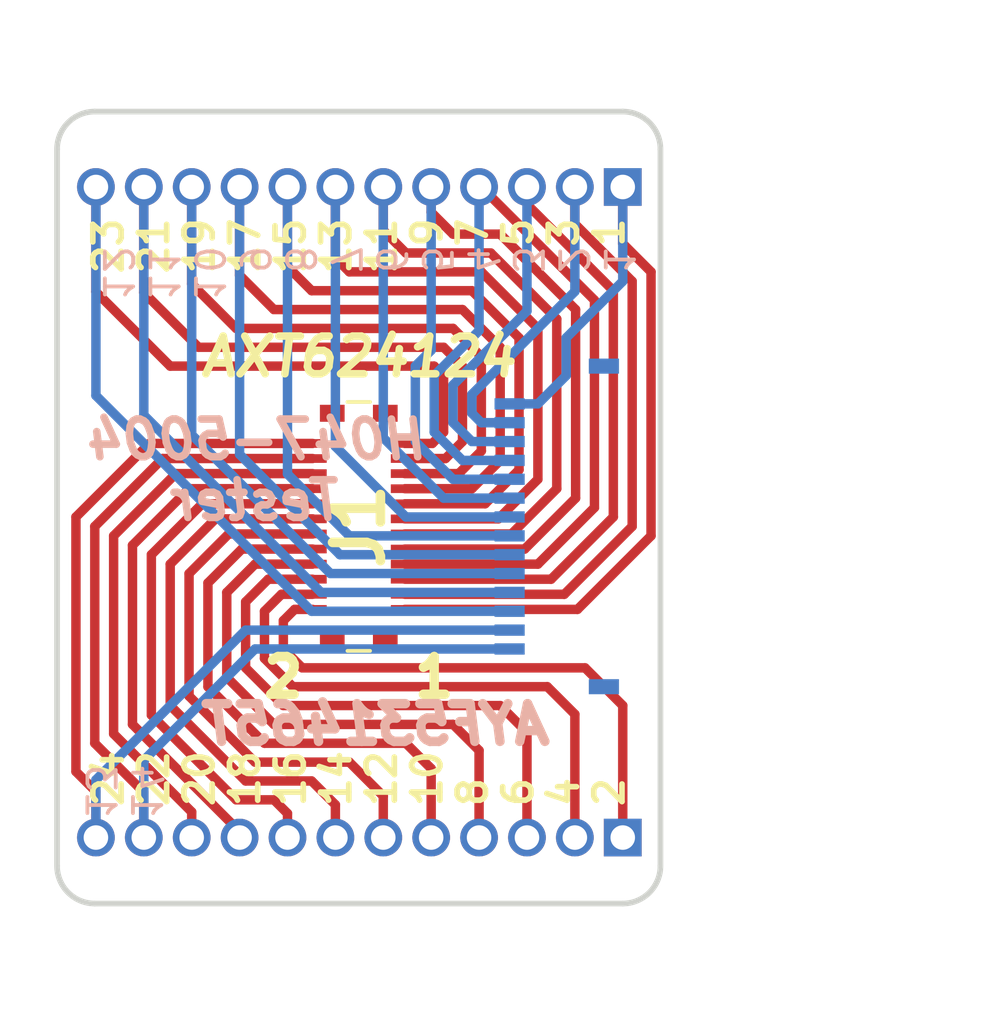
<source format=kicad_pcb>
(kicad_pcb (version 4) (host pcbnew 4.0.6)

  (general
    (links 38)
    (no_connects 0)
    (area 141.924999 93.924999 158.075001 115.075001)
    (thickness 1.6)
    (drawings 19)
    (tracks 204)
    (zones 0)
    (modules 4)
    (nets 29)
  )

  (page A4)
  (layers
    (0 F.Cu signal)
    (31 B.Cu signal)
    (32 B.Adhes user)
    (33 F.Adhes user)
    (34 B.Paste user)
    (35 F.Paste user)
    (36 B.SilkS user)
    (37 F.SilkS user)
    (38 B.Mask user)
    (39 F.Mask user)
    (40 Dwgs.User user)
    (41 Cmts.User user)
    (42 Eco1.User user)
    (43 Eco2.User user)
    (44 Edge.Cuts user)
    (45 Margin user)
    (46 B.CrtYd user)
    (47 F.CrtYd user)
    (48 B.Fab user)
    (49 F.Fab user)
  )

  (setup
    (last_trace_width 0.25)
    (trace_clearance 0.2)
    (zone_clearance 0.508)
    (zone_45_only no)
    (trace_min 0.2)
    (segment_width 0.2)
    (edge_width 0.15)
    (via_size 0.6)
    (via_drill 0.4)
    (via_min_size 0.4)
    (via_min_drill 0.3)
    (uvia_size 0.3)
    (uvia_drill 0.1)
    (uvias_allowed no)
    (uvia_min_size 0.2)
    (uvia_min_drill 0.1)
    (pcb_text_width 0.3)
    (pcb_text_size 1.5 1.5)
    (mod_edge_width 0.15)
    (mod_text_size 1 1)
    (mod_text_width 0.15)
    (pad_size 1.524 1.524)
    (pad_drill 0.762)
    (pad_to_mask_clearance 0.05)
    (aux_axis_origin 0 0)
    (visible_elements 7FFFFFFF)
    (pcbplotparams
      (layerselection 0x00030_80000001)
      (usegerberextensions false)
      (excludeedgelayer true)
      (linewidth 0.100000)
      (plotframeref false)
      (viasonmask false)
      (mode 1)
      (useauxorigin false)
      (hpglpennumber 1)
      (hpglpenspeed 20)
      (hpglpendiameter 15)
      (hpglpenoverlay 2)
      (psnegative false)
      (psa4output false)
      (plotreference true)
      (plotvalue true)
      (plotinvisibletext false)
      (padsonsilk false)
      (subtractmaskfromsilk false)
      (outputformat 1)
      (mirror false)
      (drillshape 1)
      (scaleselection 1)
      (outputdirectory ""))
  )

  (net 0 "")
  (net 1 "Net-(J1-Pad2)")
  (net 2 "Net-(J1-Pad4)")
  (net 3 "Net-(J1-Pad6)")
  (net 4 "Net-(J1-Pad8)")
  (net 5 "Net-(J1-Pad10)")
  (net 6 "Net-(J1-Pad12)")
  (net 7 "Net-(J1-Pad14)")
  (net 8 "Net-(J1-Pad16)")
  (net 9 "Net-(J1-Pad18)")
  (net 10 "Net-(J1-Pad20)")
  (net 11 "Net-(J1-Pad25)")
  (net 12 "Net-(J1-Pad26)")
  (net 13 "Net-(J1-Pad27)")
  (net 14 "Net-(J1-Pad28)")
  (net 15 /1)
  (net 16 /2)
  (net 17 /3)
  (net 18 /4)
  (net 19 /5)
  (net 20 /6)
  (net 21 /7)
  (net 22 /8)
  (net 23 /9)
  (net 24 /10)
  (net 25 /14)
  (net 26 /11)
  (net 27 /13)
  (net 28 /12)

  (net_class Default "This is the default net class."
    (clearance 0.2)
    (trace_width 0.25)
    (via_dia 0.6)
    (via_drill 0.4)
    (uvia_dia 0.3)
    (uvia_drill 0.1)
    (add_net /1)
    (add_net /10)
    (add_net /11)
    (add_net /12)
    (add_net /13)
    (add_net /14)
    (add_net /2)
    (add_net /3)
    (add_net /4)
    (add_net /5)
    (add_net /6)
    (add_net /7)
    (add_net /8)
    (add_net /9)
    (add_net "Net-(J1-Pad10)")
    (add_net "Net-(J1-Pad12)")
    (add_net "Net-(J1-Pad14)")
    (add_net "Net-(J1-Pad16)")
    (add_net "Net-(J1-Pad18)")
    (add_net "Net-(J1-Pad2)")
    (add_net "Net-(J1-Pad20)")
    (add_net "Net-(J1-Pad25)")
    (add_net "Net-(J1-Pad26)")
    (add_net "Net-(J1-Pad27)")
    (add_net "Net-(J1-Pad28)")
    (add_net "Net-(J1-Pad4)")
    (add_net "Net-(J1-Pad6)")
    (add_net "Net-(J1-Pad8)")
  )

  (module Pin_Headers:Pin_Header_Straight_1x14_Pitch1.00mm_SMD_Pin1Left (layer B.Cu) (tedit 5D2E38D3) (tstamp 5D2E3699)
    (at 154 105 270)
    (descr "surface-mounted straight pin header, 1x14, 1.00mm pitch, single row, style 1 (pin 1 left)")
    (tags "Surface mounted pin header SMD 1x14 1.00mm single row style1 pin1 left")
    (path /5D2E33F0)
    (attr smd)
    (fp_text reference J4 (at 0 8.06 270) (layer B.SilkS) hide
      (effects (font (size 1 1) (thickness 0.15)) (justify mirror))
    )
    (fp_text value CONN_01X14 (at 0.5 -3.5 270) (layer B.Fab)
      (effects (font (size 1 1) (thickness 0.15)) (justify mirror))
    )
    (pad 15 smd rect (at 4.25 -2.5 270) (size 0.4 0.8) (layers B.Cu B.Paste B.Mask))
    (pad 15 smd rect (at -4.25 -2.5 270) (size 0.4 0.8) (layers B.Cu B.Paste B.Mask))
    (pad 14 smd rect (at 3.25 0 270) (size 0.3 0.8) (layers B.Cu B.Paste B.Mask)
      (net 25 /14))
    (pad 13 smd rect (at 2.75 0 270) (size 0.3 0.8) (layers B.Cu B.Paste B.Mask)
      (net 27 /13))
    (pad 12 smd rect (at 2.25 0 270) (size 0.3 0.8) (layers B.Cu B.Paste B.Mask)
      (net 28 /12))
    (pad 11 smd rect (at 1.75 0 270) (size 0.3 0.8) (layers B.Cu B.Paste B.Mask)
      (net 26 /11))
    (pad 10 smd rect (at 1.25 0 270) (size 0.3 0.8) (layers B.Cu B.Paste B.Mask)
      (net 24 /10))
    (pad 9 smd rect (at 0.75 0 270) (size 0.3 0.8) (layers B.Cu B.Paste B.Mask)
      (net 23 /9))
    (pad 8 smd rect (at 0.25 0 270) (size 0.3 0.8) (layers B.Cu B.Paste B.Mask)
      (net 22 /8))
    (pad 7 smd rect (at -0.25 0 270) (size 0.3 0.8) (layers B.Cu B.Paste B.Mask)
      (net 21 /7))
    (pad 6 smd rect (at -0.75 0 270) (size 0.3 0.8) (layers B.Cu B.Paste B.Mask)
      (net 20 /6))
    (pad 5 smd rect (at -1.25 0 270) (size 0.3 0.8) (layers B.Cu B.Paste B.Mask)
      (net 19 /5))
    (pad 4 smd rect (at -1.75 0 270) (size 0.3 0.8) (layers B.Cu B.Paste B.Mask)
      (net 18 /4))
    (pad 3 smd rect (at -2.25 0 270) (size 0.3 0.8) (layers B.Cu B.Paste B.Mask)
      (net 17 /3))
    (pad 2 smd rect (at -2.75 0 270) (size 0.3 0.8) (layers B.Cu B.Paste B.Mask)
      (net 16 /2))
    (pad 1 smd rect (at -3.25 0 270) (size 0.3 0.8) (layers B.Cu B.Paste B.Mask)
      (net 15 /1))
    (model ${KISYS3DMOD}/Pin_Headers.3dshapes/Pin_Header_Straight_1x14_Pitch1.00mm_SMD_Pin1Left.wrl
      (at (xyz 0 0 0))
      (scale (xyz 1 1 1))
      (rotate (xyz 0 0 0))
    )
  )

  (module Pin_Headers:Pin_Header_Straight_1x12_Pitch1.27mm (layer F.Cu) (tedit 5D2E032B) (tstamp 5D2DFF55)
    (at 157 96 270)
    (descr "Through hole straight pin header, 1x12, 1.27mm pitch, single row")
    (tags "Through hole pin header THT 1x12 1.27mm single row")
    (path /5D2DFF4E)
    (fp_text reference J2 (at 0 -1.695 270) (layer F.SilkS) hide
      (effects (font (size 1 1) (thickness 0.15)))
    )
    (fp_text value CONN_01X12 (at 0 15.665 270) (layer F.Fab)
      (effects (font (size 1 1) (thickness 0.15)))
    )
    (fp_line (start -0.525 -0.635) (end 1.05 -0.635) (layer F.Fab) (width 0.1))
    (fp_line (start 1.05 -0.635) (end 1.05 14.605) (layer F.Fab) (width 0.1))
    (fp_line (start 1.05 14.605) (end -1.05 14.605) (layer F.Fab) (width 0.1))
    (fp_line (start -1.05 14.605) (end -1.05 -0.11) (layer F.Fab) (width 0.1))
    (fp_line (start -1.05 -0.11) (end -0.525 -0.635) (layer F.Fab) (width 0.1))
    (fp_line (start -1.55 -1.15) (end -1.55 15.15) (layer F.CrtYd) (width 0.05))
    (fp_line (start -1.55 15.15) (end 1.55 15.15) (layer F.CrtYd) (width 0.05))
    (fp_line (start 1.55 15.15) (end 1.55 -1.15) (layer F.CrtYd) (width 0.05))
    (fp_line (start 1.55 -1.15) (end -1.55 -1.15) (layer F.CrtYd) (width 0.05))
    (fp_text user %R (at 0 6.985 360) (layer F.Fab)
      (effects (font (size 1 1) (thickness 0.15)))
    )
    (pad 1 thru_hole rect (at 0 0 270) (size 1 1) (drill 0.65) (layers *.Cu *.Mask)
      (net 15 /1))
    (pad 2 thru_hole oval (at 0 1.27 270) (size 1 1) (drill 0.65) (layers *.Cu *.Mask)
      (net 16 /2))
    (pad 3 thru_hole oval (at 0 2.54 270) (size 1 1) (drill 0.65) (layers *.Cu *.Mask)
      (net 17 /3))
    (pad 4 thru_hole oval (at 0 3.81 270) (size 1 1) (drill 0.65) (layers *.Cu *.Mask)
      (net 18 /4))
    (pad 5 thru_hole oval (at 0 5.08 270) (size 1 1) (drill 0.65) (layers *.Cu *.Mask)
      (net 19 /5))
    (pad 6 thru_hole oval (at 0 6.35 270) (size 1 1) (drill 0.65) (layers *.Cu *.Mask)
      (net 20 /6))
    (pad 7 thru_hole oval (at 0 7.62 270) (size 1 1) (drill 0.65) (layers *.Cu *.Mask)
      (net 21 /7))
    (pad 8 thru_hole oval (at 0 8.89 270) (size 1 1) (drill 0.65) (layers *.Cu *.Mask)
      (net 22 /8))
    (pad 9 thru_hole oval (at 0 10.16 270) (size 1 1) (drill 0.65) (layers *.Cu *.Mask)
      (net 23 /9))
    (pad 10 thru_hole oval (at 0 11.43 270) (size 1 1) (drill 0.65) (layers *.Cu *.Mask)
      (net 24 /10))
    (pad 11 thru_hole oval (at 0 12.7 270) (size 1 1) (drill 0.65) (layers *.Cu *.Mask)
      (net 26 /11))
    (pad 12 thru_hole oval (at 0 13.97 270) (size 1 1) (drill 0.65) (layers *.Cu *.Mask)
      (net 28 /12))
    (model ${KISYS3DMOD}/Pin_Headers.3dshapes/Pin_Header_Straight_1x12_Pitch1.27mm.wrl
      (at (xyz 0 0 0))
      (scale (xyz 1 1 1))
      (rotate (xyz 0 0 0))
    )
  )

  (module Pin_Headers:Pin_Header_Straight_1x12_Pitch1.27mm (layer F.Cu) (tedit 5D2E0302) (tstamp 5D2DFF77)
    (at 157 113.25 270)
    (descr "Through hole straight pin header, 1x12, 1.27mm pitch, single row")
    (tags "Through hole pin header THT 1x12 1.27mm single row")
    (path /5D2DFE85)
    (fp_text reference J3 (at 0 -1.695 270) (layer F.SilkS) hide
      (effects (font (size 1 1) (thickness 0.15)))
    )
    (fp_text value CONN_01X12 (at 0 15.665 270) (layer F.Fab)
      (effects (font (size 1 1) (thickness 0.15)))
    )
    (fp_line (start -0.525 -0.635) (end 1.05 -0.635) (layer F.Fab) (width 0.1))
    (fp_line (start 1.05 -0.635) (end 1.05 14.605) (layer F.Fab) (width 0.1))
    (fp_line (start 1.05 14.605) (end -1.05 14.605) (layer F.Fab) (width 0.1))
    (fp_line (start -1.05 14.605) (end -1.05 -0.11) (layer F.Fab) (width 0.1))
    (fp_line (start -1.05 -0.11) (end -0.525 -0.635) (layer F.Fab) (width 0.1))
    (fp_line (start -1.55 -1.15) (end -1.55 15.15) (layer F.CrtYd) (width 0.05))
    (fp_line (start -1.55 15.15) (end 1.55 15.15) (layer F.CrtYd) (width 0.05))
    (fp_line (start 1.55 15.15) (end 1.55 -1.15) (layer F.CrtYd) (width 0.05))
    (fp_line (start 1.55 -1.15) (end -1.55 -1.15) (layer F.CrtYd) (width 0.05))
    (fp_text user %R (at 0 6.985 360) (layer F.Fab)
      (effects (font (size 1 1) (thickness 0.15)))
    )
    (pad 1 thru_hole rect (at 0 0 270) (size 1 1) (drill 0.65) (layers *.Cu *.Mask)
      (net 1 "Net-(J1-Pad2)"))
    (pad 2 thru_hole oval (at 0 1.27 270) (size 1 1) (drill 0.65) (layers *.Cu *.Mask)
      (net 2 "Net-(J1-Pad4)"))
    (pad 3 thru_hole oval (at 0 2.54 270) (size 1 1) (drill 0.65) (layers *.Cu *.Mask)
      (net 3 "Net-(J1-Pad6)"))
    (pad 4 thru_hole oval (at 0 3.81 270) (size 1 1) (drill 0.65) (layers *.Cu *.Mask)
      (net 4 "Net-(J1-Pad8)"))
    (pad 5 thru_hole oval (at 0 5.08 270) (size 1 1) (drill 0.65) (layers *.Cu *.Mask)
      (net 5 "Net-(J1-Pad10)"))
    (pad 6 thru_hole oval (at 0 6.35 270) (size 1 1) (drill 0.65) (layers *.Cu *.Mask)
      (net 6 "Net-(J1-Pad12)"))
    (pad 7 thru_hole oval (at 0 7.62 270) (size 1 1) (drill 0.65) (layers *.Cu *.Mask)
      (net 7 "Net-(J1-Pad14)"))
    (pad 8 thru_hole oval (at 0 8.89 270) (size 1 1) (drill 0.65) (layers *.Cu *.Mask)
      (net 8 "Net-(J1-Pad16)"))
    (pad 9 thru_hole oval (at 0 10.16 270) (size 1 1) (drill 0.65) (layers *.Cu *.Mask)
      (net 9 "Net-(J1-Pad18)"))
    (pad 10 thru_hole oval (at 0 11.43 270) (size 1 1) (drill 0.65) (layers *.Cu *.Mask)
      (net 10 "Net-(J1-Pad20)"))
    (pad 11 thru_hole oval (at 0 12.7 270) (size 1 1) (drill 0.65) (layers *.Cu *.Mask)
      (net 25 /14))
    (pad 12 thru_hole oval (at 0 13.97 270) (size 1 1) (drill 0.65) (layers *.Cu *.Mask)
      (net 27 /13))
    (model ${KISYS3DMOD}/Pin_Headers.3dshapes/Pin_Header_Straight_1x12_Pitch1.27mm.wrl
      (at (xyz 0 0 0))
      (scale (xyz 1 1 1))
      (rotate (xyz 0 0 0))
    )
  )

  (module AXT624124:AXT624124 (layer F.Cu) (tedit 5D2DFC31) (tstamp 5D2DFDFF)
    (at 150 105 90)
    (descr AXT624124)
    (tags Connector)
    (path /5D2DFCEA)
    (attr smd)
    (fp_text reference J1 (at 0 0 90) (layer F.SilkS)
      (effects (font (size 1.27 1.27) (thickness 0.254)))
    )
    (fp_text value AXT624124 (at 0 0 90) (layer F.SilkS) hide
      (effects (font (size 1.27 1.27) (thickness 0.254)))
    )
    (fp_line (start -3.3 -0.93) (end 3.3 -0.93) (layer Dwgs.User) (width 0.2))
    (fp_line (start 3.3 -0.93) (end 3.3 0.93) (layer Dwgs.User) (width 0.2))
    (fp_line (start 3.3 0.93) (end -3.3 0.93) (layer Dwgs.User) (width 0.2))
    (fp_line (start -3.3 0.93) (end -3.3 -0.93) (layer Dwgs.User) (width 0.2))
    (fp_line (start -4.3 -2.6) (end 4.3 -2.6) (layer Dwgs.User) (width 0.1))
    (fp_line (start 4.3 -2.6) (end 4.3 2.6) (layer Dwgs.User) (width 0.1))
    (fp_line (start 4.3 2.6) (end -4.3 2.6) (layer Dwgs.User) (width 0.1))
    (fp_line (start -4.3 2.6) (end -4.3 -2.6) (layer Dwgs.User) (width 0.1))
    (fp_line (start -3.3 -0.3) (end -3.3 0.3) (layer F.SilkS) (width 0.1))
    (fp_line (start 3.3 -0.3) (end 3.3 0.3) (layer F.SilkS) (width 0.1))
    (pad 1 smd rect (at -2.2 1.225 90) (size 0.23 0.75) (layers F.Cu F.Paste F.Mask)
      (net 15 /1))
    (pad 2 smd rect (at -2.2 -1.225 90) (size 0.23 0.75) (layers F.Cu F.Paste F.Mask)
      (net 1 "Net-(J1-Pad2)"))
    (pad 3 smd rect (at -1.8 1.225 90) (size 0.23 0.75) (layers F.Cu F.Paste F.Mask)
      (net 16 /2))
    (pad 4 smd rect (at -1.8 -1.225 90) (size 0.23 0.75) (layers F.Cu F.Paste F.Mask)
      (net 2 "Net-(J1-Pad4)"))
    (pad 5 smd rect (at -1.4 1.225 90) (size 0.23 0.75) (layers F.Cu F.Paste F.Mask)
      (net 17 /3))
    (pad 6 smd rect (at -1.4 -1.225 90) (size 0.23 0.75) (layers F.Cu F.Paste F.Mask)
      (net 3 "Net-(J1-Pad6)"))
    (pad 7 smd rect (at -1 1.225 90) (size 0.23 0.75) (layers F.Cu F.Paste F.Mask)
      (net 18 /4))
    (pad 8 smd rect (at -1 -1.225 90) (size 0.23 0.75) (layers F.Cu F.Paste F.Mask)
      (net 4 "Net-(J1-Pad8)"))
    (pad 9 smd rect (at -0.6 1.225 90) (size 0.23 0.75) (layers F.Cu F.Paste F.Mask)
      (net 19 /5))
    (pad 10 smd rect (at -0.6 -1.225 90) (size 0.23 0.75) (layers F.Cu F.Paste F.Mask)
      (net 5 "Net-(J1-Pad10)"))
    (pad 11 smd rect (at -0.2 1.225 90) (size 0.23 0.75) (layers F.Cu F.Paste F.Mask)
      (net 20 /6))
    (pad 12 smd rect (at -0.2 -1.225 90) (size 0.23 0.75) (layers F.Cu F.Paste F.Mask)
      (net 6 "Net-(J1-Pad12)"))
    (pad 13 smd rect (at 0.2 1.225 90) (size 0.23 0.75) (layers F.Cu F.Paste F.Mask)
      (net 21 /7))
    (pad 14 smd rect (at 0.2 -1.225 90) (size 0.23 0.75) (layers F.Cu F.Paste F.Mask)
      (net 7 "Net-(J1-Pad14)"))
    (pad 15 smd rect (at 0.6 1.225 90) (size 0.23 0.75) (layers F.Cu F.Paste F.Mask)
      (net 22 /8))
    (pad 16 smd rect (at 0.6 -1.225 90) (size 0.23 0.75) (layers F.Cu F.Paste F.Mask)
      (net 8 "Net-(J1-Pad16)"))
    (pad 17 smd rect (at 1 1.225 90) (size 0.23 0.75) (layers F.Cu F.Paste F.Mask)
      (net 23 /9))
    (pad 18 smd rect (at 1 -1.225 90) (size 0.23 0.75) (layers F.Cu F.Paste F.Mask)
      (net 9 "Net-(J1-Pad18)"))
    (pad 19 smd rect (at 1.4 1.225 90) (size 0.23 0.75) (layers F.Cu F.Paste F.Mask)
      (net 24 /10))
    (pad 20 smd rect (at 1.4 -1.225 90) (size 0.23 0.75) (layers F.Cu F.Paste F.Mask)
      (net 10 "Net-(J1-Pad20)"))
    (pad 21 smd rect (at 1.8 1.225 90) (size 0.23 0.75) (layers F.Cu F.Paste F.Mask)
      (net 26 /11))
    (pad 22 smd rect (at 1.8 -1.225 90) (size 0.23 0.75) (layers F.Cu F.Paste F.Mask)
      (net 25 /14))
    (pad 23 smd rect (at 2.2 1.225 90) (size 0.23 0.75) (layers F.Cu F.Paste F.Mask)
      (net 28 /12))
    (pad 24 smd rect (at 2.2 -1.225 90) (size 0.23 0.75) (layers F.Cu F.Paste F.Mask)
      (net 27 /13))
    (pad 25 smd rect (at -3 -0.703 90) (size 0.45 0.655) (layers F.Cu F.Paste F.Mask)
      (net 11 "Net-(J1-Pad25)"))
    (pad 26 smd rect (at -3 0.703 90) (size 0.45 0.655) (layers F.Cu F.Paste F.Mask)
      (net 12 "Net-(J1-Pad26)"))
    (pad 27 smd rect (at 3 0.703 90) (size 0.45 0.655) (layers F.Cu F.Paste F.Mask)
      (net 13 "Net-(J1-Pad27)"))
    (pad 28 smd rect (at 3 -0.703 90) (size 0.45 0.655) (layers F.Cu F.Paste F.Mask)
      (net 14 "Net-(J1-Pad28)"))
  )

  (gr_text "H047-5004\nTester" (at 147.32 103.505) (layer B.SilkS)
    (effects (font (size 1 1) (thickness 0.2) italic) (justify mirror))
  )
  (gr_text "14\n13" (at 143.75 111.25 270) (layer B.SilkS)
    (effects (font (size 0.75 0.75) (thickness 0.1)) (justify right mirror))
  )
  (gr_text AYF531465T (at 150.5 110.25) (layer B.SilkS)
    (effects (font (size 1 1) (thickness 0.25) italic) (justify mirror))
  )
  (gr_text "1\n2\n3\n4\n5\n6\n7\n8\n9\n10\n11\n12" (at 150.25 97.5 270) (layer B.SilkS)
    (effects (font (size 0.75 0.75) (thickness 0.1)) (justify right mirror))
  )
  (dimension 16 (width 0.3) (layer Dwgs.User)
    (gr_text "16.000 mm" (at 150 118.35) (layer Dwgs.User)
      (effects (font (size 1.5 1.5) (thickness 0.3)))
    )
    (feature1 (pts (xy 158 115) (xy 158 119.7)))
    (feature2 (pts (xy 142 115) (xy 142 119.7)))
    (crossbar (pts (xy 142 117) (xy 158 117)))
    (arrow1a (pts (xy 158 117) (xy 156.873496 117.586421)))
    (arrow1b (pts (xy 158 117) (xy 156.873496 116.413579)))
    (arrow2a (pts (xy 142 117) (xy 143.126504 117.586421)))
    (arrow2b (pts (xy 142 117) (xy 143.126504 116.413579)))
  )
  (gr_text AXT624124 (at 150 100.5) (layer F.SilkS)
    (effects (font (size 1 1) (thickness 0.2) italic))
  )
  (gr_text "23\n21\n19\n17\n15\n13\n11\n9\n7\n5\n3\n1" (at 150 96.75 90) (layer F.SilkS)
    (effects (font (size 0.75 0.75) (thickness 0.15)) (justify right))
  )
  (gr_text "24\n22\n20\n18\n16\n14\n12\n10\n8\n6\n4\n2" (at 150 112.5 90) (layer F.SilkS)
    (effects (font (size 0.75 0.75) (thickness 0.15)) (justify left))
  )
  (dimension 21 (width 0.3) (layer Dwgs.User)
    (gr_text "21.000 mm" (at 164.35 104.5 270) (layer Dwgs.User)
      (effects (font (size 1.5 1.5) (thickness 0.3)))
    )
    (feature1 (pts (xy 158 115) (xy 165.7 115)))
    (feature2 (pts (xy 158 94) (xy 165.7 94)))
    (crossbar (pts (xy 163 94) (xy 163 115)))
    (arrow1a (pts (xy 163 115) (xy 162.413579 113.873496)))
    (arrow1b (pts (xy 163 115) (xy 163.586421 113.873496)))
    (arrow2a (pts (xy 163 94) (xy 162.413579 95.126504)))
    (arrow2b (pts (xy 163 94) (xy 163.586421 95.126504)))
  )
  (gr_text 2 (at 148 109) (layer F.SilkS)
    (effects (font (size 1 1) (thickness 0.25)))
  )
  (gr_text 1 (at 152 109) (layer F.SilkS)
    (effects (font (size 1 1) (thickness 0.25)))
  )
  (gr_line (start 142 95) (end 142 114) (angle 90) (layer Edge.Cuts) (width 0.15))
  (gr_line (start 157 94) (end 143 94) (angle 90) (layer Edge.Cuts) (width 0.15))
  (gr_line (start 158 114) (end 158 95) (angle 90) (layer Edge.Cuts) (width 0.15))
  (gr_line (start 143 115) (end 157 115) (angle 90) (layer Edge.Cuts) (width 0.15))
  (gr_arc (start 143 114) (end 143 115) (angle 90) (layer Edge.Cuts) (width 0.15))
  (gr_arc (start 143 95) (end 142 95) (angle 90) (layer Edge.Cuts) (width 0.15))
  (gr_arc (start 157 95) (end 157 94) (angle 90) (layer Edge.Cuts) (width 0.15))
  (gr_arc (start 157 114) (end 158 114) (angle 90) (layer Edge.Cuts) (width 0.15))

  (segment (start 148.775 107.2) (end 148.3 107.2) (width 0.25) (layer F.Cu) (net 1))
  (segment (start 157 109.75) (end 157 113.25) (width 0.25) (layer F.Cu) (net 1) (tstamp 5D2E0135) (status 20))
  (segment (start 156 108.75) (end 157 109.75) (width 0.25) (layer F.Cu) (net 1) (tstamp 5D2E0134))
  (segment (start 148.5 108.75) (end 156 108.75) (width 0.25) (layer F.Cu) (net 1) (tstamp 5D2E0133))
  (segment (start 148 108.25) (end 148.5 108.75) (width 0.25) (layer F.Cu) (net 1) (tstamp 5D2E0132))
  (segment (start 148 107.5) (end 148 108.25) (width 0.25) (layer F.Cu) (net 1) (tstamp 5D2E0131))
  (segment (start 148.3 107.2) (end 148 107.5) (width 0.25) (layer F.Cu) (net 1) (tstamp 5D2E0130))
  (segment (start 148.775 106.8) (end 147.95 106.8) (width 0.25) (layer F.Cu) (net 2))
  (segment (start 155.73 109.98) (end 155.73 113.25) (width 0.25) (layer F.Cu) (net 2) (tstamp 5D2E0144) (status 20))
  (segment (start 155 109.25) (end 155.73 109.98) (width 0.25) (layer F.Cu) (net 2) (tstamp 5D2E0143))
  (segment (start 148.25 109.25) (end 155 109.25) (width 0.25) (layer F.Cu) (net 2) (tstamp 5D2E0142))
  (segment (start 147.5 108.5) (end 148.25 109.25) (width 0.25) (layer F.Cu) (net 2) (tstamp 5D2E0141))
  (segment (start 147.5 107.25) (end 147.5 108.5) (width 0.25) (layer F.Cu) (net 2) (tstamp 5D2E0140))
  (segment (start 147.95 106.8) (end 147.5 107.25) (width 0.25) (layer F.Cu) (net 2) (tstamp 5D2E013F))
  (segment (start 148.775 106.4) (end 147.6 106.4) (width 0.25) (layer F.Cu) (net 3))
  (segment (start 154.46 110.46) (end 154.46 113.25) (width 0.25) (layer F.Cu) (net 3) (tstamp 5D2E014D) (status 20))
  (segment (start 153.75 109.75) (end 154.46 110.46) (width 0.25) (layer F.Cu) (net 3) (tstamp 5D2E014C))
  (segment (start 148 109.75) (end 153.75 109.75) (width 0.25) (layer F.Cu) (net 3) (tstamp 5D2E014A))
  (segment (start 147 108.75) (end 148 109.75) (width 0.25) (layer F.Cu) (net 3) (tstamp 5D2E0149))
  (segment (start 147 107) (end 147 108.75) (width 0.25) (layer F.Cu) (net 3) (tstamp 5D2E0148))
  (segment (start 147.6 106.4) (end 147 107) (width 0.25) (layer F.Cu) (net 3) (tstamp 5D2E0147))
  (segment (start 148.775 106) (end 147.25 106) (width 0.25) (layer F.Cu) (net 4))
  (segment (start 153.19 110.94) (end 153.19 113.25) (width 0.25) (layer F.Cu) (net 4) (tstamp 5D2E0156) (status 20))
  (segment (start 152.5 110.25) (end 153.19 110.94) (width 0.25) (layer F.Cu) (net 4) (tstamp 5D2E0155))
  (segment (start 147.75 110.25) (end 152.5 110.25) (width 0.25) (layer F.Cu) (net 4) (tstamp 5D2E0153))
  (segment (start 146.5 109) (end 147.75 110.25) (width 0.25) (layer F.Cu) (net 4) (tstamp 5D2E0152))
  (segment (start 146.5 106.75) (end 146.5 109) (width 0.25) (layer F.Cu) (net 4) (tstamp 5D2E0151))
  (segment (start 147.25 106) (end 146.5 106.75) (width 0.25) (layer F.Cu) (net 4) (tstamp 5D2E0150))
  (segment (start 148.775 105.6) (end 146.9 105.6) (width 0.25) (layer F.Cu) (net 5))
  (segment (start 151.92 111.42) (end 151.92 113.25) (width 0.25) (layer F.Cu) (net 5) (tstamp 5D2E0160) (status 20))
  (segment (start 151.25 110.75) (end 151.92 111.42) (width 0.25) (layer F.Cu) (net 5) (tstamp 5D2E015F))
  (segment (start 147.5 110.75) (end 151.25 110.75) (width 0.25) (layer F.Cu) (net 5) (tstamp 5D2E015D))
  (segment (start 146 109.25) (end 147.5 110.75) (width 0.25) (layer F.Cu) (net 5) (tstamp 5D2E015B))
  (segment (start 146 106.5) (end 146 109.25) (width 0.25) (layer F.Cu) (net 5) (tstamp 5D2E015A))
  (segment (start 146.9 105.6) (end 146 106.5) (width 0.25) (layer F.Cu) (net 5) (tstamp 5D2E0159))
  (segment (start 148.775 105.2) (end 146.55 105.2) (width 0.25) (layer F.Cu) (net 6))
  (segment (start 150.65 112.15) (end 150.65 113.25) (width 0.25) (layer F.Cu) (net 6) (tstamp 5D2E016A) (status 20))
  (segment (start 149.75 111.25) (end 150.65 112.15) (width 0.25) (layer F.Cu) (net 6) (tstamp 5D2E0169))
  (segment (start 147.25 111.25) (end 149.75 111.25) (width 0.25) (layer F.Cu) (net 6) (tstamp 5D2E0168))
  (segment (start 145.5 109.5) (end 147.25 111.25) (width 0.25) (layer F.Cu) (net 6) (tstamp 5D2E0166))
  (segment (start 145.5 106.25) (end 145.5 109.5) (width 0.25) (layer F.Cu) (net 6) (tstamp 5D2E0164))
  (segment (start 146.55 105.2) (end 145.5 106.25) (width 0.25) (layer F.Cu) (net 6) (tstamp 5D2E0163))
  (segment (start 148.775 104.8) (end 146.2 104.8) (width 0.25) (layer F.Cu) (net 7))
  (segment (start 149.38 112.38) (end 149.38 113.25) (width 0.25) (layer F.Cu) (net 7) (tstamp 5D2E0174) (status 20))
  (segment (start 148.75 111.75) (end 149.38 112.38) (width 0.25) (layer F.Cu) (net 7) (tstamp 5D2E0173))
  (segment (start 147 111.75) (end 148.75 111.75) (width 0.25) (layer F.Cu) (net 7) (tstamp 5D2E0172))
  (segment (start 145 109.75) (end 147 111.75) (width 0.25) (layer F.Cu) (net 7) (tstamp 5D2E0170))
  (segment (start 145 106) (end 145 109.75) (width 0.25) (layer F.Cu) (net 7) (tstamp 5D2E016E))
  (segment (start 146.2 104.8) (end 145 106) (width 0.25) (layer F.Cu) (net 7) (tstamp 5D2E016D))
  (segment (start 148.775 104.4) (end 145.85 104.4) (width 0.25) (layer F.Cu) (net 8))
  (segment (start 148.11 112.61) (end 148.11 113.25) (width 0.25) (layer F.Cu) (net 8) (tstamp 5D2E01AF))
  (segment (start 147.75 112.25) (end 148.11 112.61) (width 0.25) (layer F.Cu) (net 8) (tstamp 5D2E01AE))
  (segment (start 146.75 112.25) (end 147.75 112.25) (width 0.25) (layer F.Cu) (net 8) (tstamp 5D2E01AD))
  (segment (start 144.5 110) (end 146.75 112.25) (width 0.25) (layer F.Cu) (net 8) (tstamp 5D2E01AB))
  (segment (start 144.5 105.75) (end 144.5 110) (width 0.25) (layer F.Cu) (net 8) (tstamp 5D2E01A9))
  (segment (start 145.85 104.4) (end 144.5 105.75) (width 0.25) (layer F.Cu) (net 8) (tstamp 5D2E01A8))
  (segment (start 148.775 104) (end 145.5 104) (width 0.25) (layer F.Cu) (net 9))
  (segment (start 144 110.25) (end 146.84 113.09) (width 0.25) (layer F.Cu) (net 9) (tstamp 5D2E01B5))
  (segment (start 144 105.5) (end 144 110.25) (width 0.25) (layer F.Cu) (net 9) (tstamp 5D2E01B3))
  (segment (start 145.5 104) (end 144 105.5) (width 0.25) (layer F.Cu) (net 9) (tstamp 5D2E01B2))
  (segment (start 146.84 113.09) (end 146.84 113.25) (width 0.25) (layer F.Cu) (net 9) (tstamp 5D2E01B7))
  (segment (start 148.775 103.6) (end 145.15 103.6) (width 0.25) (layer F.Cu) (net 10))
  (segment (start 145.57 112.57) (end 145.57 113.25) (width 0.25) (layer F.Cu) (net 10) (tstamp 5D2E01BF))
  (segment (start 143.5 110.5) (end 145.57 112.57) (width 0.25) (layer F.Cu) (net 10) (tstamp 5D2E01BD))
  (segment (start 143.5 105.25) (end 143.5 110.5) (width 0.25) (layer F.Cu) (net 10) (tstamp 5D2E01BB))
  (segment (start 145.15 103.6) (end 143.5 105.25) (width 0.25) (layer F.Cu) (net 10) (tstamp 5D2E01BA))
  (segment (start 154 101.75) (end 154.75 101.75) (width 0.25) (layer B.Cu) (net 15))
  (segment (start 157 98.5) (end 157 96) (width 0.25) (layer B.Cu) (net 15) (tstamp 5D2E3DE0))
  (segment (start 155.5 100) (end 157 98.5) (width 0.25) (layer B.Cu) (net 15) (tstamp 5D2E3DDE))
  (segment (start 155.5 101) (end 155.5 100) (width 0.25) (layer B.Cu) (net 15) (tstamp 5D2E3DDD))
  (segment (start 154.75 101.75) (end 155.5 101) (width 0.25) (layer B.Cu) (net 15) (tstamp 5D2E3DDC))
  (segment (start 151.225 107.2) (end 155.8 107.2) (width 0.25) (layer F.Cu) (net 15))
  (segment (start 157 97.5) (end 157 96) (width 0.25) (layer F.Cu) (net 15) (tstamp 5D2E012D))
  (segment (start 157.75 98.25) (end 157 97.5) (width 0.25) (layer F.Cu) (net 15) (tstamp 5D2E012C))
  (segment (start 157.75 105.25) (end 157.75 98.25) (width 0.25) (layer F.Cu) (net 15) (tstamp 5D2E012A))
  (segment (start 155.8 107.2) (end 157.75 105.25) (width 0.25) (layer F.Cu) (net 15) (tstamp 5D2E0129))
  (segment (start 154 102.25) (end 153.25 102.25) (width 0.25) (layer B.Cu) (net 16))
  (segment (start 155.73 98.77) (end 155.73 96) (width 0.25) (layer B.Cu) (net 16) (tstamp 5D2E3DED))
  (segment (start 153 101.5) (end 155.73 98.77) (width 0.25) (layer B.Cu) (net 16) (tstamp 5D2E3DEC))
  (segment (start 153 102) (end 153 101.5) (width 0.25) (layer B.Cu) (net 16) (tstamp 5D2E3DEB))
  (segment (start 153.25 102.25) (end 153 102) (width 0.25) (layer B.Cu) (net 16) (tstamp 5D2E3DEA))
  (segment (start 151.225 106.8) (end 155.45 106.8) (width 0.25) (layer F.Cu) (net 16))
  (segment (start 155.73 96.98) (end 155.73 96) (width 0.25) (layer F.Cu) (net 16) (tstamp 5D2E0126))
  (segment (start 157.25 98.5) (end 155.73 96.98) (width 0.25) (layer F.Cu) (net 16) (tstamp 5D2E0124))
  (segment (start 157.25 105) (end 157.25 98.5) (width 0.25) (layer F.Cu) (net 16) (tstamp 5D2E0122))
  (segment (start 155.45 106.8) (end 157.25 105) (width 0.25) (layer F.Cu) (net 16) (tstamp 5D2E0120))
  (segment (start 154 102.75) (end 153 102.75) (width 0.25) (layer B.Cu) (net 17))
  (segment (start 154.46 99.29) (end 154.46 96) (width 0.25) (layer B.Cu) (net 17) (tstamp 5D2E3DF4))
  (segment (start 152.5 101.25) (end 154.46 99.29) (width 0.25) (layer B.Cu) (net 17) (tstamp 5D2E3DF3))
  (segment (start 152.5 102.25) (end 152.5 101.25) (width 0.25) (layer B.Cu) (net 17) (tstamp 5D2E3DF2))
  (segment (start 153 102.75) (end 152.5 102.25) (width 0.25) (layer B.Cu) (net 17) (tstamp 5D2E3DF1))
  (segment (start 151.225 106.4) (end 155.1 106.4) (width 0.25) (layer F.Cu) (net 17))
  (segment (start 156.75 98.75) (end 154.46 96.46) (width 0.25) (layer F.Cu) (net 17) (tstamp 5D2E011B))
  (segment (start 156.75 104.75) (end 156.75 98.75) (width 0.25) (layer F.Cu) (net 17) (tstamp 5D2E0119))
  (segment (start 155.1 106.4) (end 156.75 104.75) (width 0.25) (layer F.Cu) (net 17) (tstamp 5D2E0117))
  (segment (start 154.46 96.46) (end 154.46 96) (width 0.25) (layer F.Cu) (net 17) (tstamp 5D2E011D))
  (segment (start 154 103.25) (end 152.75 103.25) (width 0.25) (layer B.Cu) (net 18))
  (segment (start 153.19 99.81) (end 153.19 96) (width 0.25) (layer B.Cu) (net 18) (tstamp 5D2E3DFC))
  (segment (start 152 101) (end 153.19 99.81) (width 0.25) (layer B.Cu) (net 18) (tstamp 5D2E3DFA))
  (segment (start 152 102.5) (end 152 101) (width 0.25) (layer B.Cu) (net 18) (tstamp 5D2E3DF9))
  (segment (start 152.75 103.25) (end 152 102.5) (width 0.25) (layer B.Cu) (net 18) (tstamp 5D2E3DF8))
  (segment (start 151.225 106) (end 154.75 106) (width 0.25) (layer F.Cu) (net 18))
  (segment (start 156.25 99) (end 153.25 96) (width 0.25) (layer F.Cu) (net 18) (tstamp 5D2E0112))
  (segment (start 156.25 104.5) (end 156.25 99) (width 0.25) (layer F.Cu) (net 18) (tstamp 5D2E0110))
  (segment (start 154.75 106) (end 156.25 104.5) (width 0.25) (layer F.Cu) (net 18) (tstamp 5D2E010E))
  (segment (start 153.25 96) (end 153.19 96) (width 0.25) (layer F.Cu) (net 18) (tstamp 5D2E0114))
  (segment (start 154 103.75) (end 152.5 103.75) (width 0.25) (layer B.Cu) (net 19))
  (segment (start 151.92 100.33) (end 151.92 96) (width 0.25) (layer B.Cu) (net 19) (tstamp 5D2E3E05))
  (segment (start 151.5 100.75) (end 151.92 100.33) (width 0.25) (layer B.Cu) (net 19) (tstamp 5D2E3E04))
  (segment (start 151.5 102.75) (end 151.5 100.75) (width 0.25) (layer B.Cu) (net 19) (tstamp 5D2E3E02))
  (segment (start 152.5 103.75) (end 151.5 102.75) (width 0.25) (layer B.Cu) (net 19) (tstamp 5D2E3E00))
  (segment (start 151.225 105.6) (end 154.4 105.6) (width 0.25) (layer F.Cu) (net 19))
  (segment (start 151.92 96.67) (end 151.92 96) (width 0.25) (layer F.Cu) (net 19) (tstamp 5D2E010B))
  (segment (start 152.5 97.25) (end 151.92 96.67) (width 0.25) (layer F.Cu) (net 19) (tstamp 5D2E010A))
  (segment (start 153.75 97.25) (end 152.5 97.25) (width 0.25) (layer F.Cu) (net 19) (tstamp 5D2E0108))
  (segment (start 155.75 99.25) (end 153.75 97.25) (width 0.25) (layer F.Cu) (net 19) (tstamp 5D2E0106))
  (segment (start 155.75 104.25) (end 155.75 99.25) (width 0.25) (layer F.Cu) (net 19) (tstamp 5D2E0104))
  (segment (start 154.4 105.6) (end 155.75 104.25) (width 0.25) (layer F.Cu) (net 19) (tstamp 5D2E0103))
  (segment (start 154 104.25) (end 152.25 104.25) (width 0.25) (layer B.Cu) (net 20))
  (segment (start 150.65 102.65) (end 150.65 96) (width 0.25) (layer B.Cu) (net 20) (tstamp 5D2E3E0A))
  (segment (start 152.25 104.25) (end 150.65 102.65) (width 0.25) (layer B.Cu) (net 20) (tstamp 5D2E3E08))
  (segment (start 151.225 105.2) (end 154.05 105.2) (width 0.25) (layer F.Cu) (net 20))
  (segment (start 150.65 97.15) (end 150.65 96) (width 0.25) (layer F.Cu) (net 20) (tstamp 5D2E0100))
  (segment (start 151.25 97.75) (end 150.65 97.15) (width 0.25) (layer F.Cu) (net 20) (tstamp 5D2E00FF))
  (segment (start 153.5 97.75) (end 151.25 97.75) (width 0.25) (layer F.Cu) (net 20) (tstamp 5D2E00FD))
  (segment (start 155.25 99.5) (end 153.5 97.75) (width 0.25) (layer F.Cu) (net 20) (tstamp 5D2E00FB))
  (segment (start 155.25 104) (end 155.25 99.5) (width 0.25) (layer F.Cu) (net 20) (tstamp 5D2E00F9))
  (segment (start 154.05 105.2) (end 155.25 104) (width 0.25) (layer F.Cu) (net 20) (tstamp 5D2E00F8))
  (segment (start 154 104.75) (end 151.25 104.75) (width 0.25) (layer B.Cu) (net 21))
  (segment (start 149.38 102.88) (end 149.38 96) (width 0.25) (layer B.Cu) (net 21) (tstamp 5D2E3E10))
  (segment (start 151.25 104.75) (end 149.38 102.88) (width 0.25) (layer B.Cu) (net 21) (tstamp 5D2E3E0E))
  (segment (start 151.225 104.8) (end 153.7 104.8) (width 0.25) (layer F.Cu) (net 21))
  (segment (start 149.38 97.88) (end 149.38 96) (width 0.25) (layer F.Cu) (net 21) (tstamp 5D2E00F5))
  (segment (start 149.75 98.25) (end 149.38 97.88) (width 0.25) (layer F.Cu) (net 21) (tstamp 5D2E00F4))
  (segment (start 153.25 98.25) (end 149.75 98.25) (width 0.25) (layer F.Cu) (net 21) (tstamp 5D2E00F2))
  (segment (start 154.75 99.75) (end 153.25 98.25) (width 0.25) (layer F.Cu) (net 21) (tstamp 5D2E00F0))
  (segment (start 154.75 103.75) (end 154.75 99.75) (width 0.25) (layer F.Cu) (net 21) (tstamp 5D2E00EE))
  (segment (start 153.7 104.8) (end 154.75 103.75) (width 0.25) (layer F.Cu) (net 21) (tstamp 5D2E00ED))
  (segment (start 154 105.25) (end 149.75 105.25) (width 0.25) (layer B.Cu) (net 22))
  (segment (start 148.11 103.61) (end 148.11 96) (width 0.25) (layer B.Cu) (net 22) (tstamp 5D2E3E15))
  (segment (start 149.75 105.25) (end 148.11 103.61) (width 0.25) (layer B.Cu) (net 22) (tstamp 5D2E3E14))
  (segment (start 151.225 104.4) (end 153.35 104.4) (width 0.25) (layer F.Cu) (net 22))
  (segment (start 148.11 98.11) (end 148.11 96) (width 0.25) (layer F.Cu) (net 22) (tstamp 5D2E00EA))
  (segment (start 148.75 98.75) (end 148.11 98.11) (width 0.25) (layer F.Cu) (net 22) (tstamp 5D2E00E9))
  (segment (start 153 98.75) (end 148.75 98.75) (width 0.25) (layer F.Cu) (net 22) (tstamp 5D2E00E7))
  (segment (start 154.25 100) (end 153 98.75) (width 0.25) (layer F.Cu) (net 22) (tstamp 5D2E00E5))
  (segment (start 154.25 103.5) (end 154.25 100) (width 0.25) (layer F.Cu) (net 22) (tstamp 5D2E00E4))
  (segment (start 153.35 104.4) (end 154.25 103.5) (width 0.25) (layer F.Cu) (net 22) (tstamp 5D2E00E3))
  (segment (start 154 105.75) (end 149.5 105.75) (width 0.25) (layer B.Cu) (net 23))
  (segment (start 146.84 103.09) (end 146.84 96) (width 0.25) (layer B.Cu) (net 23) (tstamp 5D2E3E1B))
  (segment (start 149.5 105.75) (end 146.84 103.09) (width 0.25) (layer B.Cu) (net 23) (tstamp 5D2E3E19))
  (segment (start 151.225 104) (end 153 104) (width 0.25) (layer F.Cu) (net 23))
  (segment (start 146.84 98.34) (end 146.84 96) (width 0.25) (layer F.Cu) (net 23) (tstamp 5D2E00E0))
  (segment (start 147.75 99.25) (end 146.84 98.34) (width 0.25) (layer F.Cu) (net 23) (tstamp 5D2E00DF))
  (segment (start 152.75 99.25) (end 147.75 99.25) (width 0.25) (layer F.Cu) (net 23) (tstamp 5D2E00DD))
  (segment (start 153.75 100.25) (end 152.75 99.25) (width 0.25) (layer F.Cu) (net 23) (tstamp 5D2E00DC))
  (segment (start 153.75 103.25) (end 153.75 100.25) (width 0.25) (layer F.Cu) (net 23) (tstamp 5D2E00DB))
  (segment (start 153 104) (end 153.75 103.25) (width 0.25) (layer F.Cu) (net 23) (tstamp 5D2E00DA))
  (segment (start 154 106.25) (end 149.25 106.25) (width 0.25) (layer B.Cu) (net 24))
  (segment (start 145.57 102.57) (end 145.57 96) (width 0.25) (layer B.Cu) (net 24) (tstamp 5D2E3E21))
  (segment (start 149.25 106.25) (end 145.57 102.57) (width 0.25) (layer B.Cu) (net 24) (tstamp 5D2E3E1F))
  (segment (start 151.225 103.6) (end 152.65 103.6) (width 0.25) (layer F.Cu) (net 24))
  (segment (start 145.57 98.57) (end 145.57 96) (width 0.25) (layer F.Cu) (net 24) (tstamp 5D2E00D6))
  (segment (start 146.75 99.75) (end 145.57 98.57) (width 0.25) (layer F.Cu) (net 24) (tstamp 5D2E00D4))
  (segment (start 152.5 99.75) (end 146.75 99.75) (width 0.25) (layer F.Cu) (net 24) (tstamp 5D2E00D3))
  (segment (start 153.25 100.5) (end 152.5 99.75) (width 0.25) (layer F.Cu) (net 24) (tstamp 5D2E00D2))
  (segment (start 153.25 103) (end 153.25 100.5) (width 0.25) (layer F.Cu) (net 24) (tstamp 5D2E00D1))
  (segment (start 152.65 103.6) (end 153.25 103) (width 0.25) (layer F.Cu) (net 24) (tstamp 5D2E00D0))
  (segment (start 154 108.25) (end 147.25 108.25) (width 0.25) (layer B.Cu) (net 25))
  (segment (start 144.3 111.2) (end 144.3 113.25) (width 0.25) (layer B.Cu) (net 25) (tstamp 5D2E3E39))
  (segment (start 147.25 108.25) (end 144.3 111.2) (width 0.25) (layer B.Cu) (net 25) (tstamp 5D2E3E37))
  (segment (start 148.775 103.2) (end 144.8 103.2) (width 0.25) (layer F.Cu) (net 25))
  (segment (start 144.3 112.05) (end 144.3 113.25) (width 0.25) (layer F.Cu) (net 25) (tstamp 5D2E01C8))
  (segment (start 143 110.75) (end 144.3 112.05) (width 0.25) (layer F.Cu) (net 25) (tstamp 5D2E01C6))
  (segment (start 143 105) (end 143 110.75) (width 0.25) (layer F.Cu) (net 25) (tstamp 5D2E01C4))
  (segment (start 144.8 103.2) (end 143 105) (width 0.25) (layer F.Cu) (net 25) (tstamp 5D2E01C2))
  (segment (start 154 106.75) (end 149 106.75) (width 0.25) (layer B.Cu) (net 26))
  (segment (start 144.3 102.05) (end 144.3 96) (width 0.25) (layer B.Cu) (net 26) (tstamp 5D2E3E27))
  (segment (start 149 106.75) (end 144.3 102.05) (width 0.25) (layer B.Cu) (net 26) (tstamp 5D2E3E25))
  (segment (start 151.225 103.2) (end 152.3 103.2) (width 0.25) (layer F.Cu) (net 26))
  (segment (start 144.3 98.8) (end 144.3 96) (width 0.25) (layer F.Cu) (net 26) (tstamp 5D2E00CC))
  (segment (start 145.75 100.25) (end 144.3 98.8) (width 0.25) (layer F.Cu) (net 26) (tstamp 5D2E00CA))
  (segment (start 152.25 100.25) (end 145.75 100.25) (width 0.25) (layer F.Cu) (net 26) (tstamp 5D2E00C9))
  (segment (start 152.75 100.75) (end 152.25 100.25) (width 0.25) (layer F.Cu) (net 26) (tstamp 5D2E00C8))
  (segment (start 152.75 102.75) (end 152.75 100.75) (width 0.25) (layer F.Cu) (net 26) (tstamp 5D2E00C7))
  (segment (start 152.3 103.2) (end 152.75 102.75) (width 0.25) (layer F.Cu) (net 26) (tstamp 5D2E00C6))
  (segment (start 154 107.75) (end 147 107.75) (width 0.25) (layer B.Cu) (net 27))
  (segment (start 143.03 111.72) (end 143.03 113.25) (width 0.25) (layer B.Cu) (net 27) (tstamp 5D2E3E33))
  (segment (start 147 107.75) (end 143.03 111.72) (width 0.25) (layer B.Cu) (net 27) (tstamp 5D2E3E31))
  (segment (start 148.775 102.8) (end 144.45 102.8) (width 0.25) (layer F.Cu) (net 27))
  (segment (start 143.03 112.03) (end 143.03 113.25) (width 0.25) (layer F.Cu) (net 27) (tstamp 5D2E01D0))
  (segment (start 142.5 111.5) (end 143.03 112.03) (width 0.25) (layer F.Cu) (net 27) (tstamp 5D2E01CF))
  (segment (start 142.5 104.75) (end 142.5 111.5) (width 0.25) (layer F.Cu) (net 27) (tstamp 5D2E01CD))
  (segment (start 144.45 102.8) (end 142.5 104.75) (width 0.25) (layer F.Cu) (net 27) (tstamp 5D2E01CC))
  (segment (start 154 107.25) (end 148.75 107.25) (width 0.25) (layer B.Cu) (net 28))
  (segment (start 143.03 101.53) (end 143.03 96) (width 0.25) (layer B.Cu) (net 28) (tstamp 5D2E3E2D))
  (segment (start 148.75 107.25) (end 143.03 101.53) (width 0.25) (layer B.Cu) (net 28) (tstamp 5D2E3E2B))
  (segment (start 151.225 102.8) (end 151.95 102.8) (width 0.25) (layer F.Cu) (net 28))
  (segment (start 143.03 98.78) (end 143.03 96) (width 0.25) (layer F.Cu) (net 28) (tstamp 5D2E00C2))
  (segment (start 145 100.75) (end 143.03 98.78) (width 0.25) (layer F.Cu) (net 28) (tstamp 5D2E00C0))
  (segment (start 152 100.75) (end 145 100.75) (width 0.25) (layer F.Cu) (net 28) (tstamp 5D2E00BF))
  (segment (start 152.25 101) (end 152 100.75) (width 0.25) (layer F.Cu) (net 28) (tstamp 5D2E00BD))
  (segment (start 152.25 102.5) (end 152.25 101) (width 0.25) (layer F.Cu) (net 28) (tstamp 5D2E00BC))
  (segment (start 151.95 102.8) (end 152.25 102.5) (width 0.25) (layer F.Cu) (net 28) (tstamp 5D2E00BB))

)

</source>
